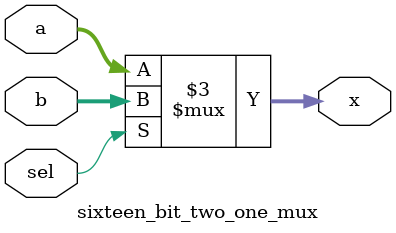
<source format=v>
`timescale 1ns / 1ps


module two_one_mux(
    input sel,
    input a,
    input b,
    output reg x
    );
    
    
    always @*
        if(sel)
            x = b;
        else
            x = a;
endmodule

module four_bit_two_one_mux(
    input sel,
    input[3:0] a,
    input[3:0] b,
    output reg[3:0] x
    );
    
    // if sel = 1 pick b else pick a
    always @*
        if(sel)
            x = b;
        else
            x = a;
endmodule

module sixteen_bit_two_one_mux(
    input sel,
    input[15:0] a,
    input[15:0] b,
    output reg[15:0] x
    );
    
    // if sel = 1 pick b else pick a
    always @*
        if(sel)
            x = b;
        else
            x = a;
endmodule

</source>
